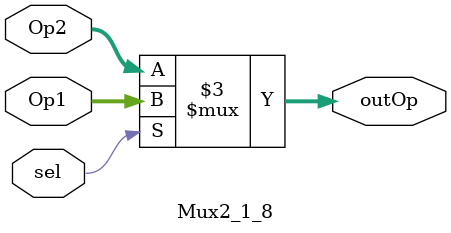
<source format=v>
module Mux2_1_8(
	input  sel,
	input [7:0] Op1,
	input [7:0] Op2,
	output reg [7:0]outOp
);
//2. Definir Elementos /Componentes Internos (Cables, Registros).

//3. Elementos de Procesamiento (Lógicos y aritméticos)
always @ (*)
	begin 
		if(sel)
			outOp=Op1;
		else
			outOp=Op2;
	end
endmodule

</source>
